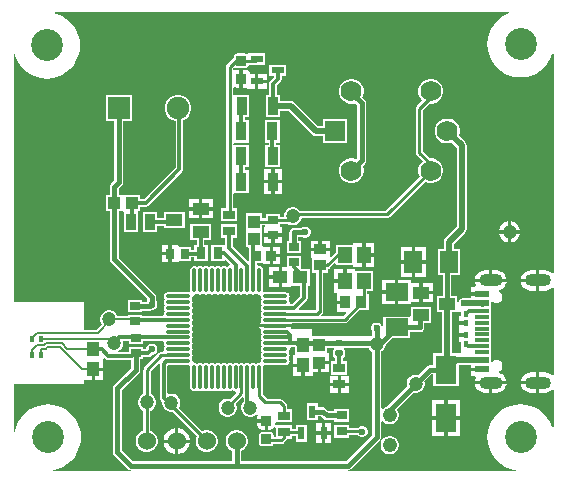
<source format=gtl>
G04*
G04 #@! TF.GenerationSoftware,Altium Limited,CircuitMaker,2.3.0 (3)*
G04*
G04 Layer_Physical_Order=1*
G04 Layer_Color=25308*
%FSLAX25Y25*%
%MOIN*%
G70*
G04*
G04 #@! TF.SameCoordinates,D9861004-D678-4A7D-ADCB-9CC0BAE6BC75*
G04*
G04*
G04 #@! TF.FilePolarity,Positive*
G04*
G01*
G75*
%ADD10C,0.01000*%
%ADD17R,0.05905X0.07480*%
%ADD18R,0.01772X0.01968*%
G04:AMPARAMS|DCode=19|XSize=11.81mil|YSize=19.68mil|CornerRadius=1.18mil|HoleSize=0mil|Usage=FLASHONLY|Rotation=0.000|XOffset=0mil|YOffset=0mil|HoleType=Round|Shape=RoundedRectangle|*
%AMROUNDEDRECTD19*
21,1,0.01181,0.01732,0,0,0.0*
21,1,0.00945,0.01968,0,0,0.0*
1,1,0.00236,0.00472,-0.00866*
1,1,0.00236,-0.00472,-0.00866*
1,1,0.00236,-0.00472,0.00866*
1,1,0.00236,0.00472,0.00866*
%
%ADD19ROUNDEDRECTD19*%
%ADD20R,0.05600X0.04000*%
%ADD21R,0.03347X0.02756*%
%ADD22R,0.03937X0.03543*%
%ADD23R,0.03543X0.03937*%
%ADD24R,0.03937X0.03150*%
%ADD25R,0.03937X0.04134*%
%ADD26R,0.03347X0.03543*%
%ADD27R,0.02362X0.04331*%
G04:AMPARAMS|DCode=28|XSize=21.26mil|YSize=25.98mil|CornerRadius=5.53mil|HoleSize=0mil|Usage=FLASHONLY|Rotation=90.000|XOffset=0mil|YOffset=0mil|HoleType=Round|Shape=RoundedRectangle|*
%AMROUNDEDRECTD28*
21,1,0.02126,0.01493,0,0,90.0*
21,1,0.01021,0.02598,0,0,90.0*
1,1,0.01105,0.00747,0.00510*
1,1,0.01105,0.00747,-0.00510*
1,1,0.01105,-0.00747,-0.00510*
1,1,0.01105,-0.00747,0.00510*
%
%ADD28ROUNDEDRECTD28*%
%ADD29R,0.05512X0.03937*%
%ADD30R,0.04724X0.05512*%
%ADD31R,0.03543X0.06102*%
%ADD32R,0.04331X0.02362*%
%ADD33O,0.01181X0.08268*%
%ADD34O,0.08268X0.01181*%
%ADD35R,0.04134X0.03937*%
%ADD36R,0.03347X0.05315*%
%ADD37R,0.07087X0.09449*%
%ADD38R,0.04331X0.04921*%
%ADD39R,0.03740X0.03150*%
G04:AMPARAMS|DCode=40|XSize=35mil|YSize=35mil|CornerRadius=4.38mil|HoleSize=0mil|Usage=FLASHONLY|Rotation=270.000|XOffset=0mil|YOffset=0mil|HoleType=Round|Shape=RoundedRectangle|*
%AMROUNDEDRECTD40*
21,1,0.03500,0.02625,0,0,270.0*
21,1,0.02625,0.03500,0,0,270.0*
1,1,0.00875,-0.01312,-0.01312*
1,1,0.00875,-0.01312,0.01312*
1,1,0.00875,0.01312,0.01312*
1,1,0.00875,0.01312,-0.01312*
%
%ADD40ROUNDEDRECTD40*%
%ADD41R,0.04921X0.04331*%
%ADD42R,0.02756X0.03347*%
%ADD43R,0.03150X0.03937*%
%ADD44R,0.07480X0.05905*%
%ADD45R,0.04921X0.02362*%
%ADD46R,0.04921X0.01181*%
%ADD88C,0.04724*%
%ADD89C,0.00669*%
%ADD90C,0.01181*%
%ADD91C,0.01968*%
%ADD92C,0.01575*%
%ADD93C,0.06937*%
%ADD94R,0.06937X0.06937*%
%ADD95C,0.07500*%
%ADD96R,0.07500X0.07500*%
%ADD97C,0.04800*%
%ADD98C,0.06000*%
G04:AMPARAMS|DCode=99|XSize=39.37mil|YSize=86.61mil|CornerRadius=19.68mil|HoleSize=0mil|Usage=FLASHONLY|Rotation=90.000|XOffset=0mil|YOffset=0mil|HoleType=Round|Shape=RoundedRectangle|*
%AMROUNDEDRECTD99*
21,1,0.03937,0.04724,0,0,90.0*
21,1,0.00000,0.08661,0,0,90.0*
1,1,0.03937,0.02362,0.00000*
1,1,0.03937,0.02362,0.00000*
1,1,0.03937,-0.02362,0.00000*
1,1,0.03937,-0.02362,0.00000*
%
%ADD99ROUNDEDRECTD99*%
G04:AMPARAMS|DCode=100|XSize=39.37mil|YSize=78.74mil|CornerRadius=19.68mil|HoleSize=0mil|Usage=FLASHONLY|Rotation=90.000|XOffset=0mil|YOffset=0mil|HoleType=Round|Shape=RoundedRectangle|*
%AMROUNDEDRECTD100*
21,1,0.03937,0.03937,0,0,90.0*
21,1,0.00000,0.07874,0,0,90.0*
1,1,0.03937,0.01968,0.00000*
1,1,0.03937,0.01968,0.00000*
1,1,0.03937,-0.01968,0.00000*
1,1,0.03937,-0.01968,0.00000*
%
%ADD100ROUNDEDRECTD100*%
%ADD101C,0.02362*%
%ADD102C,0.10630*%
G36*
X464660Y463083D02*
X463489Y462598D01*
X462011Y461692D01*
X460693Y460567D01*
X459568Y459248D01*
X458662Y457771D01*
X457999Y456169D01*
X457594Y454484D01*
X457458Y452756D01*
X457594Y451028D01*
X457999Y449343D01*
X458662Y447741D01*
X459568Y446263D01*
X460693Y444945D01*
X462011Y443820D01*
X463489Y442914D01*
X465091Y442251D01*
X466776Y441846D01*
X468504Y441710D01*
X470232Y441846D01*
X471917Y442251D01*
X473519Y442914D01*
X474997Y443820D01*
X476314Y444945D01*
X477440Y446263D01*
X478346Y447741D01*
X479009Y449343D01*
X479028Y449419D01*
X479528Y449360D01*
Y376561D01*
X479250Y376467D01*
X479028Y376427D01*
X478361Y376939D01*
X477547Y377276D01*
X476673Y377391D01*
X474811D01*
Y374016D01*
Y370640D01*
X476673D01*
X477547Y370755D01*
X478361Y371093D01*
X479028Y371604D01*
X479250Y371565D01*
X479528Y371470D01*
Y342506D01*
X479250Y342412D01*
X479028Y342372D01*
X478361Y342884D01*
X477547Y343221D01*
X476673Y343336D01*
X474811D01*
Y339961D01*
Y336585D01*
X476673D01*
X477547Y336700D01*
X478361Y337037D01*
X479028Y337549D01*
X479250Y337509D01*
X479528Y337415D01*
Y325148D01*
X479028Y325089D01*
X479009Y325165D01*
X478346Y326767D01*
X477440Y328245D01*
X476314Y329563D01*
X474997Y330688D01*
X473519Y331594D01*
X471917Y332257D01*
X470232Y332662D01*
X468504Y332798D01*
X466776Y332662D01*
X465091Y332257D01*
X463489Y331594D01*
X462011Y330688D01*
X460693Y329563D01*
X459568Y328245D01*
X458662Y326767D01*
X457999Y325165D01*
X457594Y323480D01*
X457458Y321752D01*
X457594Y320024D01*
X457999Y318339D01*
X458662Y316737D01*
X459568Y315259D01*
X460693Y313941D01*
X462011Y312816D01*
X463489Y311910D01*
X465091Y311247D01*
X466776Y310842D01*
X466871Y310835D01*
X466851Y310335D01*
X411135D01*
X411086Y310835D01*
X411475Y310912D01*
X411957Y311234D01*
X421650Y320928D01*
X421650Y320928D01*
X421972Y321410D01*
X422085Y321978D01*
X422085Y321978D01*
Y326912D01*
X422585Y327110D01*
X423017Y326678D01*
X423717Y326274D01*
X424498Y326065D01*
X425306D01*
X426086Y326274D01*
X426786Y326678D01*
X427358Y327249D01*
X427762Y327949D01*
X427971Y328730D01*
Y329538D01*
X427762Y330319D01*
X427358Y331018D01*
X427236Y331140D01*
X432744Y336648D01*
X433164Y336535D01*
X433962D01*
X434733Y336742D01*
X435424Y337141D01*
X435989Y337705D01*
X436388Y338397D01*
X436594Y339168D01*
Y339966D01*
X436482Y340386D01*
X438903Y342806D01*
X439488D01*
Y338898D01*
X447913D01*
Y345853D01*
X449432D01*
X449829Y345689D01*
X450565D01*
X450962Y345853D01*
X451866D01*
Y344980D01*
X455508D01*
Y343799D01*
X451866D01*
Y342028D01*
X453397D01*
X453621Y341528D01*
X453334Y340834D01*
X453285Y340461D01*
X463841D01*
X463792Y340834D01*
X463455Y341648D01*
X462918Y342347D01*
X462219Y342884D01*
X461405Y343221D01*
X461293Y343236D01*
X461225Y343749D01*
X461635Y343919D01*
X462184Y344467D01*
X462480Y345183D01*
Y345958D01*
X462184Y346675D01*
X461635Y347223D01*
X460919Y347520D01*
X460144D01*
X459428Y347223D01*
X459137Y346933D01*
X458637Y347140D01*
Y350807D01*
Y354744D01*
Y358681D01*
Y362618D01*
Y366836D01*
X459137Y367044D01*
X459428Y366753D01*
X460144Y366457D01*
X460919D01*
X461635Y366753D01*
X462184Y367302D01*
X462480Y368018D01*
Y368793D01*
X462184Y369509D01*
X461635Y370058D01*
X461225Y370228D01*
X461293Y370741D01*
X461405Y370755D01*
X462219Y371093D01*
X462918Y371629D01*
X463455Y372328D01*
X463792Y373142D01*
X463841Y373516D01*
X453285D01*
X453334Y373142D01*
X453621Y372449D01*
X453397Y371949D01*
X451866D01*
Y370177D01*
X455508D01*
Y368996D01*
X451866D01*
Y368024D01*
X450470D01*
X450073Y368189D01*
X449337D01*
X448657Y367907D01*
X448136Y367387D01*
X447921Y366868D01*
X447421Y366968D01*
Y368878D01*
X445481D01*
Y375709D01*
X448209D01*
Y384528D01*
X446273D01*
Y386113D01*
X450092Y389932D01*
X450458Y390479D01*
X450586Y391124D01*
Y419013D01*
X450458Y419659D01*
X450092Y420205D01*
X447942Y422355D01*
X448198Y423309D01*
Y424398D01*
X447916Y425451D01*
X447371Y426394D01*
X446601Y427164D01*
X445657Y427709D01*
X444605Y427991D01*
X443515D01*
X442463Y427709D01*
X441519Y427164D01*
X440749Y426394D01*
X440204Y425451D01*
X439922Y424398D01*
Y423309D01*
X440204Y422256D01*
X440749Y421313D01*
X441519Y420542D01*
X442463Y419998D01*
X443515Y419716D01*
X444605D01*
X445558Y419971D01*
X447214Y418315D01*
Y391823D01*
X443395Y388003D01*
X443029Y387456D01*
X442901Y386811D01*
Y384528D01*
X440965D01*
Y375709D01*
X442511D01*
Y368878D01*
X440571D01*
Y363602D01*
X442294D01*
Y353889D01*
X442310Y353809D01*
Y349685D01*
X439488D01*
Y345777D01*
X438287D01*
X437719Y345663D01*
X437237Y345342D01*
X437237Y345341D01*
X434382Y342486D01*
X433962Y342598D01*
X433164D01*
X432393Y342392D01*
X431702Y341993D01*
X431137Y341428D01*
X430738Y340737D01*
X430532Y339966D01*
Y339168D01*
X430644Y338748D01*
X423953Y332057D01*
X423717Y331994D01*
X423017Y331590D01*
X422585Y331158D01*
X422085Y331356D01*
Y350341D01*
X422442Y350547D01*
X423006Y351111D01*
X423406Y351802D01*
X423612Y352573D01*
Y352713D01*
X425644Y354744D01*
X431575D01*
Y356881D01*
X434941D01*
X435509Y356994D01*
X435991Y357316D01*
X436313Y357798D01*
X436426Y358366D01*
Y359862D01*
X438760D01*
Y365138D01*
X431910D01*
Y362350D01*
X431575Y361988D01*
X422756D01*
Y358796D01*
X422256Y358696D01*
X422069Y359148D01*
X421548Y359669D01*
X420868Y359950D01*
X420132D01*
X419452Y359669D01*
X418931Y359148D01*
X418650Y358468D01*
Y357732D01*
X418931Y357052D01*
X419096Y356888D01*
Y355747D01*
X418681Y355408D01*
X404703Y355413D01*
X403856Y355414D01*
X399357Y355415D01*
X399038Y355416D01*
Y357773D01*
X398924Y357886D01*
X392273D01*
X392157Y358013D01*
X391960Y358366D01*
X381480D01*
X381500Y358265D01*
X381892Y357679D01*
X382047Y357576D01*
X381982Y357480D01*
X381885Y356988D01*
X381982Y356497D01*
X382053Y356391D01*
X382227Y356004D01*
X382053Y355617D01*
X381982Y355511D01*
X381885Y355020D01*
X381982Y354528D01*
X382053Y354422D01*
X382227Y354035D01*
X382053Y353649D01*
X381982Y353543D01*
X381885Y353051D01*
X381982Y352560D01*
X382053Y352454D01*
X382227Y352067D01*
X382053Y351680D01*
X381982Y351574D01*
X381885Y351083D01*
X381982Y350591D01*
X382053Y350485D01*
X382227Y350098D01*
X382053Y349712D01*
X381982Y349606D01*
X381885Y349114D01*
X381982Y348623D01*
X382053Y348517D01*
X382227Y348130D01*
X382053Y347743D01*
X381982Y347637D01*
X381885Y347146D01*
X381900Y347068D01*
X381475Y346643D01*
X381398Y346658D01*
X380906Y346561D01*
X380800Y346490D01*
X380413Y346316D01*
X380027Y346490D01*
X379921Y346561D01*
X379429Y346658D01*
X378938Y346561D01*
X378832Y346490D01*
X378445Y346316D01*
X378058Y346490D01*
X377952Y346561D01*
X377461Y346658D01*
X376969Y346561D01*
X376863Y346490D01*
X376476Y346316D01*
X376090Y346490D01*
X375984Y346561D01*
X375492Y346658D01*
X375001Y346561D01*
X374894Y346490D01*
X374508Y346316D01*
X374121Y346490D01*
X374015Y346561D01*
X373524Y346658D01*
X373032Y346561D01*
X372926Y346490D01*
X372539Y346316D01*
X372153Y346490D01*
X372047Y346561D01*
X371555Y346658D01*
X371064Y346561D01*
X370957Y346490D01*
X370571Y346316D01*
X370184Y346490D01*
X370078Y346561D01*
X369587Y346658D01*
X369095Y346561D01*
X368989Y346490D01*
X368602Y346316D01*
X368216Y346490D01*
X368110Y346561D01*
X367618Y346658D01*
X367126Y346561D01*
X367021Y346490D01*
X366634Y346316D01*
X366247Y346490D01*
X366141Y346561D01*
X365650Y346658D01*
X365158Y346561D01*
X365052Y346490D01*
X364665Y346316D01*
X364279Y346490D01*
X364173Y346561D01*
X363681Y346658D01*
X363190Y346561D01*
X363084Y346490D01*
X362697Y346316D01*
X362310Y346490D01*
X362204Y346561D01*
X361713Y346658D01*
X361221Y346561D01*
X361115Y346490D01*
X360728Y346316D01*
X360342Y346490D01*
X360236Y346561D01*
X359744Y346658D01*
X359667Y346643D01*
X359242Y347068D01*
X359257Y347146D01*
X359159Y347637D01*
X359088Y347743D01*
X358915Y348130D01*
X359088Y348517D01*
X359159Y348623D01*
X359257Y349114D01*
X359159Y349606D01*
X359088Y349712D01*
X358915Y350098D01*
X359088Y350485D01*
X359159Y350591D01*
X359257Y351083D01*
X359159Y351574D01*
X359088Y351680D01*
X358915Y352067D01*
X359088Y352454D01*
X359159Y352560D01*
X359257Y353051D01*
X359159Y353543D01*
X359088Y353649D01*
X358915Y354035D01*
X359088Y354422D01*
X359159Y354528D01*
X359257Y355020D01*
X359159Y355511D01*
X359088Y355617D01*
X358915Y356004D01*
X359088Y356391D01*
X359159Y356497D01*
X359257Y356988D01*
X359159Y357480D01*
X359088Y357586D01*
X358915Y357972D01*
X359088Y358359D01*
X359159Y358465D01*
X359257Y358957D01*
X359159Y359448D01*
X359088Y359554D01*
X358915Y359941D01*
X359088Y360328D01*
X359159Y360434D01*
X359257Y360925D01*
X359159Y361417D01*
X359088Y361523D01*
X358915Y361910D01*
X359088Y362296D01*
X359159Y362402D01*
X359257Y362894D01*
X359159Y363385D01*
X359088Y363491D01*
X358915Y363878D01*
X359088Y364265D01*
X359159Y364371D01*
X359257Y364862D01*
X359159Y365354D01*
X359088Y365460D01*
X358915Y365846D01*
X359088Y366233D01*
X359159Y366339D01*
X359257Y366831D01*
X359159Y367322D01*
X359088Y367428D01*
X358915Y367815D01*
X359088Y368202D01*
X359159Y368308D01*
X359257Y368799D01*
X359242Y368877D01*
X359667Y369302D01*
X359744Y369286D01*
X360236Y369384D01*
X360342Y369455D01*
X360728Y369629D01*
X361115Y369455D01*
X361221Y369384D01*
X361713Y369286D01*
X362204Y369384D01*
X362310Y369455D01*
X362697Y369629D01*
X363084Y369455D01*
X363190Y369384D01*
X363681Y369286D01*
X364173Y369384D01*
X364279Y369455D01*
X364665Y369629D01*
X365052Y369455D01*
X365158Y369384D01*
X365650Y369286D01*
X366141Y369384D01*
X366247Y369455D01*
X366634Y369629D01*
X367021Y369455D01*
X367126Y369384D01*
X367618Y369286D01*
X368110Y369384D01*
X368216Y369455D01*
X368602Y369629D01*
X368989Y369455D01*
X369095Y369384D01*
X369587Y369286D01*
X370078Y369384D01*
X370184Y369455D01*
X370571Y369629D01*
X370957Y369455D01*
X371064Y369384D01*
X371555Y369286D01*
X372047Y369384D01*
X372153Y369455D01*
X372539Y369629D01*
X372926Y369455D01*
X373032Y369384D01*
X373524Y369286D01*
X374015Y369384D01*
X374121Y369455D01*
X374508Y369629D01*
X374894Y369455D01*
X375001Y369384D01*
X375492Y369286D01*
X375984Y369384D01*
X376090Y369455D01*
X376476Y369629D01*
X376863Y369455D01*
X376969Y369384D01*
X377461Y369286D01*
X377952Y369384D01*
X378058Y369455D01*
X378445Y369629D01*
X378832Y369455D01*
X378938Y369384D01*
X379429Y369286D01*
X379921Y369384D01*
X380027Y369455D01*
X380413Y369629D01*
X380800Y369455D01*
X380906Y369384D01*
X381398Y369286D01*
X381475Y369302D01*
X381900Y368877D01*
X381885Y368799D01*
X381982Y368308D01*
X382053Y368202D01*
X382227Y367815D01*
X382053Y367428D01*
X381982Y367322D01*
X381885Y366831D01*
X381982Y366339D01*
X382053Y366233D01*
X382227Y365846D01*
X382053Y365460D01*
X381982Y365354D01*
X381885Y364862D01*
X381982Y364371D01*
X382053Y364265D01*
X382227Y363878D01*
X382053Y363491D01*
X381982Y363385D01*
X381885Y362894D01*
X381982Y362402D01*
X382053Y362296D01*
X382227Y361910D01*
X382053Y361523D01*
X381982Y361417D01*
X381885Y360925D01*
X381982Y360434D01*
X382047Y360337D01*
X381892Y360234D01*
X381500Y359648D01*
X381480Y359547D01*
X392265D01*
X392418Y359733D01*
X409929D01*
X410385Y359824D01*
X410772Y360082D01*
X414752Y364062D01*
X417898D01*
Y369338D01*
X417442D01*
Y370344D01*
X419281D01*
Y377194D01*
X413494D01*
Y377706D01*
X410541D01*
Y373769D01*
X409950D01*
Y373179D01*
X406407D01*
Y369832D01*
X407190D01*
Y367290D01*
X410143D01*
Y366109D01*
X407190D01*
Y363550D01*
X410214D01*
X410406Y363088D01*
X409435Y362117D01*
X402263D01*
X402072Y362579D01*
X402138Y362645D01*
X402343Y362782D01*
X402601Y363169D01*
X402692Y363625D01*
Y376602D01*
X404338D01*
Y377889D01*
X404597Y377941D01*
X404984Y378200D01*
X406457Y379673D01*
X406919Y379481D01*
Y379006D01*
X412706D01*
Y378494D01*
X415659D01*
Y382431D01*
Y386368D01*
X412706D01*
Y385856D01*
X406919D01*
Y383429D01*
X406686Y383274D01*
X405311Y381899D01*
X404850Y382090D01*
Y383767D01*
X398550D01*
Y381405D01*
X399062D01*
Y376602D01*
X400308D01*
Y364187D01*
X400207Y364086D01*
X394705D01*
X394514Y364548D01*
X397155Y367189D01*
X397433Y367605D01*
X397531Y368097D01*
Y372265D01*
X398276D01*
Y377935D01*
X395636D01*
X395243Y378192D01*
Y382287D01*
X390558D01*
Y378447D01*
X389044D01*
Y375100D01*
Y371754D01*
X392095D01*
Y372265D01*
X394962D01*
Y368629D01*
X392480Y366147D01*
X391870D01*
X391504Y366647D01*
X391540Y366831D01*
X391443Y367322D01*
X391372Y367428D01*
X391198Y367815D01*
X391372Y368202D01*
X391443Y368308D01*
X391540Y368799D01*
X391443Y369291D01*
X391164Y369707D01*
X390747Y369986D01*
X390256Y370084D01*
X383169D01*
X383092Y370068D01*
X382667Y370494D01*
X382682Y370571D01*
Y377658D01*
X382584Y378149D01*
X382306Y378566D01*
X381889Y378844D01*
X381398Y378942D01*
X381214Y378905D01*
X380714Y379271D01*
Y379859D01*
X382605D01*
Y379347D01*
X384869D01*
Y382300D01*
Y385253D01*
X382838D01*
X382605Y385253D01*
X382438Y385684D01*
Y390417D01*
X382438Y390483D01*
Y390916D01*
X382438Y390984D01*
Y392461D01*
X383304D01*
X383369Y392396D01*
X383431Y392176D01*
X383146Y391759D01*
X383146D01*
Y389791D01*
X388854D01*
Y391759D01*
X388712D01*
X388342Y392074D01*
X388342Y392259D01*
Y392929D01*
X390960D01*
X391448Y392648D01*
X392219Y392441D01*
X393017D01*
X393788Y392648D01*
X394479Y393047D01*
X395044Y393611D01*
X395443Y394302D01*
X395595Y394871D01*
X424016D01*
X424472Y394962D01*
X424859Y395220D01*
X436622Y406984D01*
X436985Y406774D01*
X438038Y406492D01*
X439127D01*
X440180Y406774D01*
X441123Y407319D01*
X441894Y408089D01*
X442439Y409033D01*
X442721Y410085D01*
Y411175D01*
X442439Y412227D01*
X441894Y413171D01*
X441123Y413941D01*
X440180Y414486D01*
X439127Y414768D01*
X438198D01*
X435936Y417029D01*
Y430805D01*
X438070Y432939D01*
X439127D01*
X440180Y433221D01*
X441123Y433766D01*
X441894Y434536D01*
X442439Y435480D01*
X442721Y436532D01*
Y437622D01*
X442439Y438674D01*
X441894Y439617D01*
X441123Y440388D01*
X440180Y440933D01*
X439127Y441215D01*
X438038D01*
X436985Y440933D01*
X436042Y440388D01*
X435272Y439617D01*
X434727Y438674D01*
X434445Y437622D01*
Y436532D01*
X434727Y435480D01*
X435272Y434536D01*
X435783Y434024D01*
X433901Y432142D01*
X433643Y431755D01*
X433552Y431299D01*
Y416535D01*
X433643Y416079D01*
X433901Y415692D01*
X435847Y413746D01*
X435272Y413171D01*
X434727Y412227D01*
X434445Y411175D01*
Y410085D01*
X434727Y409033D01*
X434937Y408670D01*
X423522Y397255D01*
X395089D01*
X395044Y397334D01*
X394479Y397898D01*
X393788Y398297D01*
X393017Y398504D01*
X392219D01*
X391448Y398297D01*
X390757Y397898D01*
X390192Y397334D01*
X389793Y396642D01*
X389587Y395871D01*
Y395314D01*
X388342D01*
Y396168D01*
X383658D01*
Y394845D01*
X382438D01*
Y396389D01*
X377162D01*
Y390984D01*
X377162Y390916D01*
Y390483D01*
X377162Y390417D01*
Y385011D01*
X377610D01*
X377998Y384741D01*
Y380672D01*
X377537Y380480D01*
X372685Y385332D01*
Y388244D01*
X374038D01*
Y392732D01*
X368762D01*
Y388244D01*
X370115D01*
Y386161D01*
X369764Y385807D01*
X365276D01*
Y380532D01*
X369764D01*
Y380532D01*
X370219Y380720D01*
X371519Y379420D01*
X371334Y378898D01*
X371064Y378844D01*
X370957Y378773D01*
X370571Y378600D01*
X370184Y378773D01*
X370078Y378844D01*
X369587Y378942D01*
X369095Y378844D01*
X368989Y378773D01*
X368602Y378600D01*
X368216Y378773D01*
X368110Y378844D01*
X367618Y378942D01*
X367126Y378844D01*
X367021Y378773D01*
X366634Y378600D01*
X366247Y378773D01*
X366141Y378844D01*
X365650Y378942D01*
X365158Y378844D01*
X365052Y378773D01*
X364665Y378600D01*
X364279Y378773D01*
X364173Y378844D01*
X363681Y378942D01*
X363190Y378844D01*
X363084Y378773D01*
X362697Y378600D01*
X362310Y378773D01*
X362204Y378844D01*
X361713Y378942D01*
X361221Y378844D01*
X361115Y378773D01*
X360728Y378600D01*
X360342Y378773D01*
X360236Y378844D01*
X359744Y378942D01*
X359253Y378844D01*
X358836Y378566D01*
X358557Y378149D01*
X358460Y377658D01*
Y370571D01*
X358475Y370494D01*
X358050Y370068D01*
X357972Y370084D01*
X350886D01*
X350394Y369986D01*
X349977Y369707D01*
X349699Y369291D01*
X349601Y368799D01*
X349699Y368308D01*
X349770Y368202D01*
X349943Y367815D01*
X349770Y367428D01*
X349699Y367322D01*
X349601Y366831D01*
X349699Y366339D01*
X349770Y366233D01*
X349943Y365846D01*
X349770Y365460D01*
X349699Y365354D01*
X349601Y364862D01*
X349699Y364371D01*
X349770Y364265D01*
X349943Y363878D01*
X349770Y363491D01*
X349699Y363385D01*
X349601Y362894D01*
X349638Y362710D01*
X349272Y362210D01*
X342243D01*
Y362587D01*
X337558D01*
Y362146D01*
X334262D01*
X334223Y362292D01*
X333823Y362983D01*
X333259Y363548D01*
X332568Y363947D01*
X331797Y364154D01*
X330998D01*
X330227Y363947D01*
X329536Y363548D01*
X328972Y362983D01*
X328573Y362292D01*
X328366Y361521D01*
Y360723D01*
X328573Y359952D01*
X328894Y359396D01*
X327116Y357618D01*
X323000D01*
Y367000D01*
X299500D01*
Y449409D01*
X300000Y449468D01*
X300125Y448949D01*
X300788Y447347D01*
X301694Y445870D01*
X302819Y444552D01*
X304137Y443426D01*
X305615Y442520D01*
X307217Y441857D01*
X308902Y441452D01*
X310630Y441316D01*
X312358Y441452D01*
X314043Y441857D01*
X315645Y442520D01*
X317123Y443426D01*
X318441Y444552D01*
X319566Y445870D01*
X320472Y447347D01*
X321135Y448949D01*
X321540Y450634D01*
X321676Y452362D01*
X321540Y454090D01*
X321135Y455776D01*
X320472Y457377D01*
X319566Y458855D01*
X318441Y460173D01*
X317123Y461299D01*
X315645Y462204D01*
X314043Y462867D01*
X313147Y463083D01*
X313206Y463583D01*
X464560D01*
X464660Y463083D01*
D02*
G37*
G36*
X349638Y353235D02*
X349601Y353051D01*
X349699Y352560D01*
X349770Y352454D01*
X349943Y352067D01*
X349770Y351680D01*
X349699Y351574D01*
X349601Y351083D01*
X349674Y350716D01*
X349394Y350216D01*
X348827D01*
X348371Y350125D01*
X347984Y349867D01*
X343153Y345036D01*
X342895Y344649D01*
X342804Y344193D01*
Y336178D01*
X342135Y335792D01*
X341570Y335227D01*
X341171Y334536D01*
X340965Y333765D01*
Y332967D01*
X341171Y332196D01*
X341570Y331505D01*
X342135Y330940D01*
X342686Y330622D01*
Y323952D01*
X342462Y323892D01*
X341625Y323409D01*
X340942Y322725D01*
X340459Y321889D01*
X340209Y320955D01*
Y319989D01*
X340459Y319056D01*
X340942Y318219D01*
X341625Y317536D01*
X342462Y317053D01*
X343395Y316803D01*
X344361D01*
X345294Y317053D01*
X346131Y317536D01*
X346814Y318219D01*
X347297Y319056D01*
X347547Y319989D01*
Y320955D01*
X347297Y321889D01*
X346814Y322725D01*
X346131Y323409D01*
X345294Y323892D01*
X345070Y323952D01*
Y330516D01*
X345166Y330541D01*
X345857Y330940D01*
X346422Y331505D01*
X346821Y332196D01*
X347028Y332967D01*
Y333765D01*
X346821Y334536D01*
X346422Y335227D01*
X345857Y335792D01*
X345188Y336178D01*
Y343699D01*
X347736Y346246D01*
X347889Y346219D01*
X348223Y346027D01*
Y334842D01*
X348321Y334351D01*
X348600Y333934D01*
X349035Y333498D01*
Y332869D01*
X349242Y332098D01*
X349641Y331406D01*
X350205Y330842D01*
X350897Y330443D01*
X351668Y330236D01*
X352298D01*
X360527Y322007D01*
X360459Y321889D01*
X360209Y320955D01*
Y319989D01*
X360459Y319056D01*
X360942Y318219D01*
X361625Y317536D01*
X362462Y317053D01*
X363395Y316803D01*
X364361D01*
X365294Y317053D01*
X366131Y317536D01*
X366814Y318219D01*
X367297Y319056D01*
X367547Y319989D01*
Y320955D01*
X367297Y321889D01*
X366814Y322725D01*
X366131Y323409D01*
X365294Y323892D01*
X364361Y324142D01*
X363395D01*
X362462Y323892D01*
X362344Y323823D01*
X354591Y331576D01*
X354892Y332098D01*
X355098Y332869D01*
Y333667D01*
X354892Y334438D01*
X354493Y335129D01*
X353928Y335694D01*
X353237Y336093D01*
X352466Y336299D01*
X351668D01*
X351292Y336199D01*
X350792Y336582D01*
Y345629D01*
X351024Y345861D01*
X357972D01*
X358050Y345877D01*
X358475Y345451D01*
X358460Y345374D01*
Y338287D01*
X358557Y337796D01*
X358836Y337379D01*
X359253Y337101D01*
X359744Y337003D01*
X360236Y337101D01*
X360342Y337172D01*
X360728Y337345D01*
X361115Y337172D01*
X361221Y337101D01*
X361713Y337003D01*
X362204Y337101D01*
X362310Y337172D01*
X362697Y337345D01*
X363084Y337172D01*
X363190Y337101D01*
X363681Y337003D01*
X364173Y337101D01*
X364279Y337172D01*
X364665Y337345D01*
X365052Y337172D01*
X365158Y337101D01*
X365650Y337003D01*
X366141Y337101D01*
X366247Y337172D01*
X366634Y337345D01*
X367021Y337172D01*
X367126Y337101D01*
X367618Y337003D01*
X368110Y337101D01*
X368216Y337172D01*
X368602Y337345D01*
X368989Y337172D01*
X369095Y337101D01*
X369587Y337003D01*
X370078Y337101D01*
X370184Y337172D01*
X370571Y337345D01*
X370957Y337172D01*
X371064Y337101D01*
X371555Y337003D01*
X372047Y337101D01*
X372153Y337172D01*
X372539Y337345D01*
X372926Y337172D01*
X373032Y337101D01*
X373494Y337009D01*
X373573Y336888D01*
X373725Y336533D01*
X371701Y334509D01*
X371265Y334626D01*
X370467D01*
X369696Y334419D01*
X369005Y334020D01*
X368440Y333456D01*
X368041Y332765D01*
X367835Y331994D01*
Y331195D01*
X368041Y330424D01*
X368440Y329733D01*
X369005Y329169D01*
X369696Y328770D01*
X370467Y328563D01*
X371265D01*
X372036Y328770D01*
X372727Y329169D01*
X373292Y329733D01*
X373691Y330424D01*
X373898Y331195D01*
Y331994D01*
X373691Y332765D01*
X373558Y332994D01*
X375714Y335150D01*
X376176Y334959D01*
Y333711D01*
X375921Y333456D01*
X375522Y332765D01*
X375315Y331994D01*
Y331195D01*
X375522Y330424D01*
X375921Y329733D01*
X376485Y329169D01*
X377176Y328770D01*
X377947Y328563D01*
X378746D01*
X379517Y328770D01*
X380208Y329169D01*
X380575Y329536D01*
X380964Y329217D01*
X380923Y329156D01*
X380797Y328525D01*
Y327803D01*
X383760D01*
Y327212D01*
X384351D01*
Y324250D01*
X385072D01*
X385704Y324375D01*
X386240Y324733D01*
X386429Y325017D01*
X386929Y324865D01*
Y321910D01*
X386201D01*
Y322525D01*
X386115Y322957D01*
X385871Y323323D01*
X385504Y323567D01*
X385072Y323653D01*
X382448D01*
X382016Y323567D01*
X381650Y323323D01*
X381405Y322957D01*
X381319Y322525D01*
Y319900D01*
X381405Y319468D01*
X381650Y319102D01*
X382016Y318857D01*
X382448Y318771D01*
X385072D01*
X385504Y318857D01*
X385871Y319102D01*
X386115Y319468D01*
X386127Y319526D01*
X388727D01*
X389183Y319617D01*
X389570Y319875D01*
X390410Y320715D01*
X390668Y321102D01*
X390684Y321181D01*
X392205D01*
Y322233D01*
X393524D01*
Y320295D01*
X397224D01*
Y325965D01*
X393524D01*
Y324617D01*
X392205D01*
Y325669D01*
X387187D01*
X386894Y325815D01*
X386752Y326266D01*
X387020Y326693D01*
X387223Y326693D01*
X392205D01*
Y331181D01*
X390759D01*
Y332185D01*
X390668Y332641D01*
X390410Y333028D01*
X389130Y334308D01*
X388744Y334566D01*
X388287Y334657D01*
X383958D01*
X382590Y336025D01*
Y337823D01*
X382682Y338287D01*
Y345374D01*
X382667Y345451D01*
X383092Y345877D01*
X383169Y345861D01*
X390256D01*
X390747Y345959D01*
X391164Y346237D01*
X391443Y346654D01*
X391540Y347146D01*
X391443Y347637D01*
X391372Y347743D01*
X391198Y348130D01*
X391372Y348517D01*
X391443Y348623D01*
X391540Y349114D01*
X391443Y349606D01*
X391372Y349712D01*
X391198Y350098D01*
X391372Y350485D01*
X391443Y350591D01*
X391540Y351083D01*
X391504Y351267D01*
X391870Y351767D01*
X393228D01*
Y349311D01*
X392717D01*
Y346260D01*
X396063D01*
Y345669D01*
X396654D01*
Y342028D01*
X399409D01*
Y343400D01*
X400859D01*
Y346648D01*
X401450D01*
Y347238D01*
X404599D01*
Y349896D01*
X404087D01*
Y351566D01*
X406172D01*
X406313Y351237D01*
X406351Y351066D01*
X406102Y350694D01*
X406008Y350217D01*
Y349197D01*
X406102Y348720D01*
X406372Y348316D01*
X406638Y348138D01*
Y347100D01*
X405462D01*
Y342612D01*
X410738D01*
Y347100D01*
X409207D01*
Y348042D01*
X409223Y348046D01*
X409627Y348316D01*
X409898Y348720D01*
X409992Y349197D01*
Y350217D01*
X409898Y350694D01*
X409649Y351066D01*
X409687Y351237D01*
X409828Y351566D01*
X417892D01*
X418155Y351111D01*
X418719Y350547D01*
X419115Y350318D01*
Y322593D01*
X410291Y313770D01*
X375363D01*
Y317093D01*
X376131Y317536D01*
X376814Y318219D01*
X377297Y319056D01*
X377547Y319989D01*
Y320955D01*
X377297Y321889D01*
X376814Y322725D01*
X376131Y323409D01*
X375294Y323892D01*
X374361Y324142D01*
X373395D01*
X372462Y323892D01*
X371625Y323409D01*
X370942Y322725D01*
X370459Y321889D01*
X370209Y320955D01*
Y319989D01*
X370459Y319056D01*
X370942Y318219D01*
X371625Y317536D01*
X372393Y317093D01*
Y313770D01*
X339331D01*
X335632Y317469D01*
Y337531D01*
X341250Y343150D01*
X341250Y343150D01*
X341572Y343632D01*
X341685Y344200D01*
Y347792D01*
X342543D01*
Y348555D01*
X344339D01*
X344831Y348653D01*
X345248Y348931D01*
X345566Y349250D01*
X345968D01*
X346648Y349531D01*
X347169Y350052D01*
X347450Y350732D01*
Y351468D01*
X347169Y352148D01*
X346648Y352669D01*
X345968Y352950D01*
X345232D01*
X344552Y352669D01*
X344031Y352148D01*
X343750Y351468D01*
Y351124D01*
X342543D01*
Y351887D01*
X337858D01*
Y350084D01*
X334594D01*
X334460Y350585D01*
X334961Y350874D01*
X335526Y351439D01*
X335925Y352130D01*
X336132Y352901D01*
Y353699D01*
X336159Y353735D01*
X337858D01*
Y352713D01*
X342543D01*
Y353735D01*
X349272D01*
X349638Y353235D01*
D02*
G37*
G36*
X447539Y363484D02*
X447872Y363484D01*
X448523Y363484D01*
X448571Y363317D01*
X448642Y363030D01*
Y362008D01*
X448130D01*
Y360433D01*
X450197D01*
Y359252D01*
X448130D01*
Y357677D01*
Y356398D01*
X450197D01*
Y355217D01*
X448130D01*
Y353642D01*
X448642D01*
Y351534D01*
X448524Y351083D01*
X448521Y351080D01*
X448524Y351078D01*
X448526Y350578D01*
Y349802D01*
X448032D01*
X447913Y349685D01*
X445682D01*
Y353873D01*
X445666Y353952D01*
Y363602D01*
X447088D01*
X447539Y363484D01*
D02*
G37*
G36*
X330192Y347892D02*
X330608Y347613D01*
X331100Y347516D01*
X338715D01*
Y344815D01*
X333096Y339197D01*
X332774Y338715D01*
X332661Y338146D01*
X332661Y338146D01*
Y316854D01*
X332661Y316853D01*
X332774Y316285D01*
X333096Y315803D01*
X337666Y311234D01*
X337666Y311234D01*
X338147Y310912D01*
X338537Y310835D01*
X338487Y310335D01*
X312578D01*
X312559Y310835D01*
X312653Y310842D01*
X314339Y311247D01*
X315940Y311910D01*
X317418Y312816D01*
X318736Y313941D01*
X319862Y315259D01*
X320767Y316737D01*
X321430Y318339D01*
X321835Y320024D01*
X321971Y321752D01*
X321835Y323480D01*
X321430Y325165D01*
X320767Y326767D01*
X319862Y328245D01*
X318736Y329563D01*
X317418Y330688D01*
X315940Y331594D01*
X314339Y332257D01*
X312653Y332662D01*
X310925Y332798D01*
X309197Y332662D01*
X307512Y332257D01*
X305910Y331594D01*
X304433Y330688D01*
X303115Y329563D01*
X301989Y328245D01*
X301083Y326767D01*
X300420Y325165D01*
X300015Y323480D01*
X300008Y323385D01*
X299508Y323405D01*
Y339492D01*
X299511Y339500D01*
X323000D01*
Y340712D01*
X325510D01*
Y344354D01*
X326100D01*
Y344944D01*
X329447D01*
Y347930D01*
X329846Y348237D01*
X330192Y347892D01*
D02*
G37*
%LPC*%
G36*
X376706Y449733D02*
X374081D01*
X373649Y449647D01*
X373283Y449402D01*
X373038Y449036D01*
X372953Y448604D01*
Y448307D01*
X372694Y448135D01*
X370712Y446153D01*
X370454Y445766D01*
X370363Y445310D01*
Y398244D01*
X368762D01*
Y393756D01*
X374038D01*
Y398244D01*
X372747D01*
Y402894D01*
X373051Y403268D01*
X373247Y403268D01*
X377933D01*
Y410709D01*
X376777D01*
Y411732D01*
X377933D01*
Y419173D01*
X373247D01*
X373051Y419173D01*
X372747Y419547D01*
Y419585D01*
X372953Y420000D01*
X373247Y420000D01*
X377835D01*
Y427441D01*
X376678D01*
Y428465D01*
X378031D01*
Y435906D01*
X373247D01*
X373150Y435906D01*
X372747Y436141D01*
Y438322D01*
X373247Y438589D01*
X373449Y438454D01*
X374081Y438329D01*
X374803D01*
Y441292D01*
Y444254D01*
X374081D01*
X373449Y444129D01*
X373247Y443994D01*
X372747Y444261D01*
Y444816D01*
X373128Y445196D01*
X373283Y445181D01*
X373649Y444937D01*
X374081Y444851D01*
X376706D01*
X377138Y444937D01*
X377504Y445181D01*
X377749Y445547D01*
X377835Y445979D01*
Y445984D01*
X383347D01*
Y449685D01*
X377677D01*
X377677Y449685D01*
Y449685D01*
X377177Y449620D01*
X377138Y449647D01*
X376706Y449733D01*
D02*
G37*
G36*
X383858Y442717D02*
X381102D01*
Y440945D01*
X383858D01*
Y442717D01*
D02*
G37*
G36*
Y439764D02*
X381102D01*
Y437992D01*
X383858D01*
Y439764D01*
D02*
G37*
G36*
X376706Y444254D02*
X375984D01*
Y441292D01*
Y438329D01*
X376706D01*
X376779Y438343D01*
X377165Y438026D01*
Y437992D01*
X379921D01*
Y440354D01*
Y442717D01*
X378334D01*
X378231Y443236D01*
X377873Y443771D01*
X377338Y444129D01*
X376706Y444254D01*
D02*
G37*
G36*
X390433Y445945D02*
X384764D01*
Y442244D01*
X386246D01*
X386286Y441744D01*
X385017Y440475D01*
X384738Y440059D01*
X384641Y439567D01*
Y435906D01*
X383583D01*
Y428465D01*
X388465D01*
Y430499D01*
X391217D01*
X399055Y422661D01*
X399601Y422296D01*
X400247Y422167D01*
X402521D01*
Y419716D01*
X410796D01*
Y427991D01*
X402521D01*
Y425539D01*
X400945D01*
X393107Y433377D01*
X392560Y433743D01*
X391915Y433871D01*
X388465D01*
Y435906D01*
X387210D01*
Y439035D01*
X388507Y440332D01*
X388785Y440749D01*
X388883Y441240D01*
Y442244D01*
X390433D01*
Y445945D01*
D02*
G37*
G36*
X412680Y441215D02*
X411591D01*
X410539Y440933D01*
X409595Y440388D01*
X408825Y439617D01*
X408280Y438674D01*
X407998Y437622D01*
Y436532D01*
X408280Y435480D01*
X408825Y434536D01*
X409595Y433766D01*
X410539Y433221D01*
X411591Y432939D01*
X412680D01*
X413470Y433150D01*
X414066Y432554D01*
Y414871D01*
X413944Y414729D01*
X413627Y414514D01*
X412680Y414768D01*
X411591D01*
X410539Y414486D01*
X409595Y413941D01*
X408825Y413171D01*
X408280Y412227D01*
X407998Y411175D01*
Y410085D01*
X408280Y409033D01*
X408825Y408089D01*
X409595Y407319D01*
X410539Y406774D01*
X411591Y406492D01*
X412680D01*
X413733Y406774D01*
X414676Y407319D01*
X415447Y408089D01*
X415992Y409033D01*
X416273Y410085D01*
Y411175D01*
X415992Y412227D01*
X415934Y412327D01*
X416601Y412995D01*
X416601Y412995D01*
X416923Y413477D01*
X417036Y414045D01*
Y433169D01*
X416923Y433738D01*
X416601Y434220D01*
X416601Y434220D01*
X415754Y435067D01*
X415992Y435480D01*
X416273Y436532D01*
Y437622D01*
X415992Y438674D01*
X415447Y439617D01*
X414676Y440388D01*
X413733Y440933D01*
X412680Y441215D01*
D02*
G37*
G36*
X388268Y427441D02*
X383386D01*
Y420000D01*
X384542D01*
Y419173D01*
X383484D01*
Y411732D01*
X388366D01*
Y419173D01*
X387111D01*
Y420000D01*
X388268D01*
Y427441D01*
D02*
G37*
G36*
X388878Y411221D02*
X386516D01*
Y407579D01*
X388878D01*
Y411221D01*
D02*
G37*
G36*
X385335D02*
X382972D01*
Y407579D01*
X385335D01*
Y411221D01*
D02*
G37*
G36*
X388878Y406398D02*
X386516D01*
Y402756D01*
X388878D01*
Y406398D01*
D02*
G37*
G36*
X385335D02*
X382972D01*
Y402756D01*
X385335D01*
Y406398D01*
D02*
G37*
G36*
X354912Y435915D02*
X353749D01*
X352625Y435614D01*
X351617Y435032D01*
X350794Y434210D01*
X350213Y433202D01*
X349911Y432078D01*
Y430914D01*
X350213Y429790D01*
X350794Y428783D01*
X351617Y427960D01*
X352625Y427378D01*
X353538Y427133D01*
Y411753D01*
X342972Y401186D01*
X341713D01*
Y402539D01*
X336307D01*
X336240Y402539D01*
X335807D01*
X335740Y402539D01*
X334556D01*
Y404601D01*
X335696Y405741D01*
X335696Y405741D01*
X336018Y406223D01*
X336131Y406791D01*
X336131Y406791D01*
Y427077D01*
X339065D01*
Y435915D01*
X330226D01*
Y427077D01*
X333160D01*
Y407407D01*
X332021Y406267D01*
X331699Y405785D01*
X331586Y405217D01*
X331586Y405217D01*
Y402539D01*
X330335D01*
Y397264D01*
X331586D01*
Y381027D01*
X331586Y381027D01*
X331699Y380458D01*
X332021Y379976D01*
X338654Y373343D01*
X338850Y373050D01*
X344115Y367785D01*
Y367132D01*
X344031Y367048D01*
X343989Y366946D01*
X342243D01*
Y367508D01*
X337558D01*
Y363413D01*
X342243D01*
Y363975D01*
X345061D01*
X345061Y363975D01*
X345629Y364089D01*
X345721Y364150D01*
X345968D01*
X346648Y364431D01*
X347169Y364952D01*
X347450Y365632D01*
Y366368D01*
X347169Y367048D01*
X347085Y367132D01*
Y368400D01*
X347085Y368400D01*
X346972Y368968D01*
X346650Y369450D01*
X346650Y369450D01*
X341146Y374954D01*
X340950Y375248D01*
X334556Y381642D01*
Y397264D01*
X335740D01*
X335807Y397264D01*
X336157D01*
X336310Y396793D01*
Y390173D01*
X340995D01*
Y396827D01*
X340995D01*
X341147Y397264D01*
X341713D01*
Y398617D01*
X343504D01*
X343995Y398715D01*
X344412Y398993D01*
X355731Y410312D01*
X356010Y410729D01*
X356107Y411221D01*
Y427419D01*
X357044Y427960D01*
X357867Y428783D01*
X358449Y429790D01*
X358750Y430914D01*
Y432078D01*
X358449Y433202D01*
X357867Y434210D01*
X357044Y435032D01*
X356036Y435614D01*
X354912Y435915D01*
D02*
G37*
G36*
X365846Y401051D02*
X362456D01*
Y398461D01*
X365846D01*
Y401051D01*
D02*
G37*
G36*
X361275D02*
X357884D01*
Y398461D01*
X361275D01*
Y401051D01*
D02*
G37*
G36*
X365846Y397280D02*
X362456D01*
Y394689D01*
X365846D01*
Y397280D01*
D02*
G37*
G36*
X361275D02*
X357884D01*
Y394689D01*
X361275D01*
Y397280D01*
D02*
G37*
G36*
X347491Y396827D02*
X342806D01*
Y390173D01*
X347491D01*
Y392215D01*
X349665D01*
Y391401D01*
X356604D01*
Y396739D01*
X349665D01*
Y394784D01*
X347491D01*
Y396827D01*
D02*
G37*
G36*
X465452Y393724D02*
Y390805D01*
X468371D01*
X468163Y391582D01*
X467697Y392390D01*
X467037Y393050D01*
X466229Y393516D01*
X465452Y393724D01*
D02*
G37*
G36*
X464271D02*
X463494Y393516D01*
X462686Y393050D01*
X462026Y392390D01*
X461559Y391582D01*
X461351Y390805D01*
X464271D01*
Y393724D01*
D02*
G37*
G36*
X397068Y391950D02*
X396332D01*
X395652Y391669D01*
X395568Y391585D01*
X392961D01*
X392392Y391472D01*
X391910Y391150D01*
X391910Y391150D01*
X391850Y391090D01*
X391528Y390608D01*
X391415Y390039D01*
X391415Y390039D01*
Y387208D01*
X390558D01*
Y383113D01*
X395243D01*
Y387208D01*
X394385D01*
Y388615D01*
X395568D01*
X395652Y388531D01*
X396332Y388250D01*
X397068D01*
X397748Y388531D01*
X398269Y389052D01*
X398550Y389732D01*
Y390468D01*
X398269Y391148D01*
X397748Y391669D01*
X397068Y391950D01*
D02*
G37*
G36*
X468371Y389624D02*
X465452D01*
Y386704D01*
X466229Y386913D01*
X467037Y387379D01*
X467697Y388039D01*
X468163Y388847D01*
X468371Y389624D01*
D02*
G37*
G36*
X464271D02*
X461351D01*
X461559Y388847D01*
X462026Y388039D01*
X462686Y387379D01*
X463494Y386913D01*
X464271Y386704D01*
Y389624D01*
D02*
G37*
G36*
X388854Y388610D02*
X386591D01*
Y386641D01*
X388854D01*
Y388610D01*
D02*
G37*
G36*
X385409D02*
X383146D01*
Y386641D01*
X385409D01*
Y388610D01*
D02*
G37*
G36*
X404850Y387310D02*
X402290D01*
Y384948D01*
X404850D01*
Y387310D01*
D02*
G37*
G36*
X401110D02*
X398550D01*
Y384948D01*
X401110D01*
Y387310D01*
D02*
G37*
G36*
X365335Y392999D02*
X358396D01*
Y387661D01*
X360581D01*
Y385807D01*
X359764D01*
Y384257D01*
X358642D01*
Y385315D01*
X354732D01*
X354547Y385315D01*
X354232Y385684D01*
Y385827D01*
X352264D01*
Y382972D01*
Y380118D01*
X354232D01*
Y380260D01*
X354547Y380630D01*
X354732Y380630D01*
X358642D01*
Y381688D01*
X359764D01*
Y380532D01*
X364252D01*
Y385807D01*
X363150D01*
Y387661D01*
X365335D01*
Y392999D01*
D02*
G37*
G36*
X351083Y385827D02*
X349114D01*
Y383563D01*
X351083D01*
Y385827D01*
D02*
G37*
G36*
X419793Y386368D02*
X416840D01*
Y383021D01*
X419793D01*
Y386368D01*
D02*
G37*
G36*
X386050Y385253D02*
Y382891D01*
X388313D01*
Y385253D01*
X386050D01*
D02*
G37*
G36*
X436909Y385039D02*
X433366D01*
Y380709D01*
X436909D01*
Y385039D01*
D02*
G37*
G36*
X432185D02*
X428642D01*
Y380709D01*
X432185D01*
Y385039D01*
D02*
G37*
G36*
X351083Y382382D02*
X349114D01*
Y380118D01*
X351083D01*
Y382382D01*
D02*
G37*
G36*
X388313Y381709D02*
X386050D01*
Y379347D01*
X388313D01*
Y381709D01*
D02*
G37*
G36*
X419793Y381840D02*
X416840D01*
Y378494D01*
X419793D01*
Y381840D01*
D02*
G37*
G36*
X387863Y378447D02*
X384812D01*
Y375691D01*
X387863D01*
Y378447D01*
D02*
G37*
G36*
X436909Y379528D02*
X433366D01*
Y375197D01*
X436909D01*
Y379528D01*
D02*
G37*
G36*
X432185D02*
X428642D01*
Y375197D01*
X432185D01*
Y379528D01*
D02*
G37*
G36*
X460532Y377391D02*
X459063D01*
Y374516D01*
X463841D01*
X463792Y374889D01*
X463455Y375703D01*
X462918Y376402D01*
X462219Y376939D01*
X461405Y377276D01*
X460532Y377391D01*
D02*
G37*
G36*
X458063D02*
X456595D01*
X455721Y377276D01*
X454907Y376939D01*
X454208Y376402D01*
X453671Y375703D01*
X453334Y374889D01*
X453285Y374516D01*
X458063D01*
Y377391D01*
D02*
G37*
G36*
X473811D02*
X471949D01*
X471075Y377276D01*
X470261Y376939D01*
X469562Y376402D01*
X469026Y375703D01*
X468688Y374889D01*
X468639Y374516D01*
X473811D01*
Y377391D01*
D02*
G37*
G36*
X409360Y377706D02*
X406407D01*
Y374360D01*
X409360D01*
Y377706D01*
D02*
G37*
G36*
X387863Y374510D02*
X384812D01*
Y371754D01*
X387863D01*
Y374510D01*
D02*
G37*
G36*
X426575Y374311D02*
X422244D01*
Y370768D01*
X426575D01*
Y374311D01*
D02*
G37*
G36*
X473811Y373516D02*
X468639D01*
X468688Y373142D01*
X469026Y372328D01*
X469562Y371629D01*
X470261Y371093D01*
X471075Y370755D01*
X471949Y370640D01*
X473811D01*
Y373516D01*
D02*
G37*
G36*
X439272Y373130D02*
X435925D01*
Y370571D01*
X439272D01*
Y373130D01*
D02*
G37*
G36*
Y369390D02*
X435925D01*
Y366831D01*
X439272D01*
Y369390D01*
D02*
G37*
G36*
X432087Y374311D02*
X427756D01*
Y370177D01*
Y366043D01*
X432087D01*
Y366831D01*
X434744D01*
Y369980D01*
Y373130D01*
X432087D01*
Y374311D01*
D02*
G37*
G36*
X426575Y369587D02*
X422244D01*
Y366043D01*
X426575D01*
Y369587D01*
D02*
G37*
G36*
X473811Y343336D02*
X471949D01*
X471075Y343221D01*
X470261Y342884D01*
X469562Y342347D01*
X469026Y341648D01*
X468688Y340834D01*
X468639Y340461D01*
X473811D01*
Y343336D01*
D02*
G37*
G36*
Y339461D02*
X468639D01*
X468688Y339087D01*
X469026Y338273D01*
X469562Y337574D01*
X470261Y337037D01*
X471075Y336700D01*
X471949Y336585D01*
X473811D01*
Y339461D01*
D02*
G37*
G36*
X463841Y339461D02*
X459063D01*
Y336585D01*
X460532D01*
X461405Y336700D01*
X462219Y337037D01*
X462918Y337574D01*
X463455Y338273D01*
X463792Y339087D01*
X463841Y339461D01*
D02*
G37*
G36*
X458063D02*
X453285D01*
X453334Y339087D01*
X453671Y338273D01*
X454208Y337574D01*
X454907Y337037D01*
X455721Y336700D01*
X456595Y336585D01*
X458063D01*
Y339461D01*
D02*
G37*
G36*
X448425Y334055D02*
X444291D01*
Y328740D01*
X448425D01*
Y334055D01*
D02*
G37*
G36*
X443110D02*
X438976D01*
Y328740D01*
X443110D01*
Y334055D01*
D02*
G37*
G36*
X448425Y327559D02*
X444291D01*
Y322244D01*
X448425D01*
Y327559D01*
D02*
G37*
G36*
X443110D02*
X438976D01*
Y322244D01*
X443110D01*
Y327559D01*
D02*
G37*
G36*
X425306Y322203D02*
X424498D01*
X423717Y321994D01*
X423017Y321590D01*
X422445Y321018D01*
X422041Y320319D01*
X421832Y319538D01*
Y318730D01*
X422041Y317949D01*
X422445Y317249D01*
X423017Y316678D01*
X423717Y316274D01*
X424498Y316065D01*
X425306D01*
X426086Y316274D01*
X426786Y316678D01*
X427358Y317249D01*
X427762Y317949D01*
X427971Y318730D01*
Y319538D01*
X427762Y320319D01*
X427358Y321018D01*
X426786Y321590D01*
X426086Y321994D01*
X425306Y322203D01*
D02*
G37*
G36*
X404599Y346057D02*
X402040D01*
Y343400D01*
X404599D01*
Y346057D01*
D02*
G37*
G36*
X395473Y345079D02*
X392717D01*
Y342028D01*
X395473D01*
Y345079D01*
D02*
G37*
G36*
X411250Y342100D02*
X408691D01*
Y339935D01*
X411250D01*
Y342100D01*
D02*
G37*
G36*
X407510D02*
X404950D01*
Y339935D01*
X407510D01*
Y342100D01*
D02*
G37*
G36*
X411250Y338754D02*
X408691D01*
Y336588D01*
X411250D01*
Y338754D01*
D02*
G37*
G36*
X407510D02*
X404950D01*
Y336588D01*
X407510D01*
Y338754D01*
D02*
G37*
G36*
X400965Y333051D02*
X397264D01*
Y327382D01*
X400965D01*
Y328731D01*
X402042D01*
X402788Y327985D01*
X402788Y327985D01*
X403270Y327663D01*
X403839Y327550D01*
X403839Y327550D01*
X406417D01*
Y326791D01*
X411496D01*
Y331279D01*
X406417D01*
Y330521D01*
X404454D01*
X403708Y331267D01*
X403226Y331589D01*
X402658Y331702D01*
X402657Y331702D01*
X400965D01*
Y333051D01*
D02*
G37*
G36*
X383170Y326622D02*
X380797D01*
Y325900D01*
X380923Y325268D01*
X381281Y324733D01*
X381816Y324375D01*
X382448Y324250D01*
X383170D01*
Y326622D01*
D02*
G37*
G36*
X405217Y326476D02*
X403445D01*
Y323721D01*
X405217D01*
Y326476D01*
D02*
G37*
G36*
X402264D02*
X400492D01*
Y323721D01*
X402264D01*
Y326476D01*
D02*
G37*
G36*
X411496Y325965D02*
X406417D01*
Y321476D01*
X411496D01*
Y322528D01*
X414127D01*
X414602Y322053D01*
X415281Y321772D01*
X416018D01*
X416698Y322053D01*
X417218Y322574D01*
X417500Y323254D01*
Y323990D01*
X417218Y324670D01*
X416698Y325191D01*
X416018Y325472D01*
X415281D01*
X414602Y325191D01*
X414323Y324913D01*
X411496D01*
Y325965D01*
D02*
G37*
G36*
X354454Y324850D02*
X354378D01*
Y320972D01*
X358256D01*
Y321049D01*
X357958Y322162D01*
X357381Y323161D01*
X356566Y323976D01*
X355568Y324552D01*
X354454Y324850D01*
D02*
G37*
G36*
X353378D02*
X353302D01*
X352188Y324552D01*
X351190Y323976D01*
X350375Y323161D01*
X349798Y322162D01*
X349500Y321049D01*
Y320972D01*
X353378D01*
Y324850D01*
D02*
G37*
G36*
X405217Y322539D02*
X403445D01*
Y319783D01*
X405217D01*
Y322539D01*
D02*
G37*
G36*
X402264D02*
X400492D01*
Y319783D01*
X402264D01*
Y322539D01*
D02*
G37*
G36*
X358256Y319972D02*
X354378D01*
Y316094D01*
X354454D01*
X355568Y316393D01*
X356566Y316969D01*
X357381Y317784D01*
X357958Y318783D01*
X358256Y319896D01*
Y319972D01*
D02*
G37*
G36*
X353378D02*
X349500D01*
Y319896D01*
X349798Y318783D01*
X350375Y317784D01*
X351190Y316969D01*
X352188Y316393D01*
X353302Y316094D01*
X353378D01*
Y319972D01*
D02*
G37*
G36*
X329447Y343763D02*
X326691D01*
Y340712D01*
X329447D01*
Y343763D01*
D02*
G37*
%LPD*%
D10*
X388727Y320718D02*
X389567Y321558D01*
X384254Y320718D02*
X388727D01*
X383760Y321212D02*
X384254Y320718D01*
X395079Y323425D02*
X395374Y323130D01*
X389567Y323425D02*
X395079D01*
X389567Y321558D02*
Y323425D01*
X401500Y363625D02*
Y379043D01*
X407529Y382431D02*
X409950D01*
X404141Y379043D02*
X407529Y382431D01*
X401700Y379043D02*
X404141D01*
X373537Y447292D02*
X375394D01*
X371555Y445310D02*
X373537Y447292D01*
X371555Y396155D02*
Y445310D01*
X389567Y328937D02*
Y332185D01*
X388287Y333465D02*
X389567Y332185D01*
X383465Y333465D02*
X388287D01*
X381398Y335531D02*
X383465Y333465D01*
X381398Y335531D02*
Y341831D01*
X386713Y362894D02*
X400701D01*
X401432Y363625D01*
X401500D01*
Y379043D02*
X401700D01*
X393209Y396063D02*
X424016D01*
X392618Y395472D02*
X393209Y396063D01*
X424016D02*
X438583Y410630D01*
X386713Y362894D02*
X386803Y362803D01*
X386713Y360925D02*
X409929D01*
X415457Y366454D01*
Y366700D01*
X416250Y367492D01*
Y373769D01*
X391267Y394121D02*
X392618Y395472D01*
X386000Y394121D02*
X391267D01*
X385531Y393653D02*
X386000Y394121D01*
X379800Y393653D02*
X385531D01*
X371400Y396000D02*
X371555Y396155D01*
X438583Y435138D02*
Y437077D01*
X434744Y431299D02*
X438583Y435138D01*
X434744Y416535D02*
Y431299D01*
Y416535D02*
X438583Y412697D01*
Y410630D02*
Y412697D01*
X348827Y349024D02*
X354429D01*
X343996Y344193D02*
X348827Y349024D01*
X343996Y333366D02*
Y344193D01*
X343878Y333248D02*
X343996Y333366D01*
X343878Y320472D02*
Y333248D01*
X354429Y349024D02*
Y349114D01*
X375492Y336614D02*
Y341831D01*
X370866Y331988D02*
X375492Y336614D01*
X370866Y331594D02*
Y331988D01*
X415551Y323721D02*
X415650Y323622D01*
X408957Y323721D02*
X415551D01*
X379969Y447292D02*
X380512Y447835D01*
X375394Y447292D02*
X379969D01*
D17*
X444587Y380118D02*
D03*
X432776D02*
D03*
D18*
X450197Y355807D02*
D03*
Y352854D02*
D03*
Y359842D02*
D03*
Y362795D02*
D03*
D19*
X308760Y349016D02*
D03*
X305610D02*
D03*
Y354528D02*
D03*
X308760D02*
D03*
D20*
X361865Y390330D02*
D03*
Y397870D02*
D03*
X353135Y394070D02*
D03*
D21*
X392900Y380239D02*
D03*
Y385161D02*
D03*
X386000Y394121D02*
D03*
Y389200D02*
D03*
X339900Y360539D02*
D03*
Y365461D02*
D03*
X340200Y354761D02*
D03*
Y349839D02*
D03*
D22*
X401700Y379043D02*
D03*
Y384358D02*
D03*
D23*
X410143Y366700D02*
D03*
X415457D02*
D03*
D24*
X371400Y390488D02*
D03*
Y396000D02*
D03*
X389567Y323425D02*
D03*
Y328937D02*
D03*
X408100Y339344D02*
D03*
Y344856D02*
D03*
D25*
X379800Y387747D02*
D03*
Y393653D02*
D03*
X401450Y352553D02*
D03*
Y346648D02*
D03*
D26*
X380341Y382300D02*
D03*
X385459D02*
D03*
D27*
X395374Y323130D02*
D03*
X402854D02*
D03*
X399114Y330217D02*
D03*
D28*
X408000Y349707D02*
D03*
Y353093D02*
D03*
D29*
X443996Y366240D02*
D03*
X435335Y362500D02*
D03*
Y369980D02*
D03*
D30*
X416250Y373769D02*
D03*
X416250Y382431D02*
D03*
X409950Y382431D02*
D03*
Y373769D02*
D03*
D31*
X385925Y406988D02*
D03*
X375492D02*
D03*
Y415453D02*
D03*
X385925D02*
D03*
X385827Y423721D02*
D03*
X375394D02*
D03*
X386024Y432185D02*
D03*
X375590D02*
D03*
D32*
X380512Y447835D02*
D03*
Y440354D02*
D03*
X387598Y444095D02*
D03*
D33*
X381398Y341831D02*
D03*
X379429D02*
D03*
X377461D02*
D03*
X375492D02*
D03*
X373524D02*
D03*
X371555D02*
D03*
X369587D02*
D03*
X367618D02*
D03*
X365650D02*
D03*
X363681D02*
D03*
X361713D02*
D03*
X359744D02*
D03*
Y374114D02*
D03*
X361713D02*
D03*
X363681D02*
D03*
X365650D02*
D03*
X367618D02*
D03*
X369587D02*
D03*
X371555D02*
D03*
X373524D02*
D03*
X375492D02*
D03*
X377461D02*
D03*
X379429D02*
D03*
X381398D02*
D03*
D34*
X354429Y347146D02*
D03*
Y349114D02*
D03*
Y351083D02*
D03*
Y353051D02*
D03*
Y355020D02*
D03*
Y356988D02*
D03*
Y358957D02*
D03*
Y360925D02*
D03*
Y362894D02*
D03*
Y364862D02*
D03*
Y366831D02*
D03*
Y368799D02*
D03*
X386713D02*
D03*
Y366831D02*
D03*
Y364862D02*
D03*
Y362894D02*
D03*
Y360925D02*
D03*
Y358957D02*
D03*
Y356988D02*
D03*
Y355020D02*
D03*
Y353051D02*
D03*
Y351083D02*
D03*
Y349114D02*
D03*
Y347146D02*
D03*
D35*
X338976Y399902D02*
D03*
X333071D02*
D03*
D36*
X338652Y393500D02*
D03*
X345148D02*
D03*
D37*
X443701Y344291D02*
D03*
Y328150D02*
D03*
D38*
X396063Y352362D02*
D03*
Y345669D02*
D03*
X326100Y351046D02*
D03*
Y344354D02*
D03*
D39*
X408957Y323721D02*
D03*
Y329035D02*
D03*
D40*
X383760Y321212D02*
D03*
Y327212D02*
D03*
X375394Y447292D02*
D03*
Y441292D02*
D03*
D41*
X395146Y375100D02*
D03*
X388454D02*
D03*
D42*
X351673Y382972D02*
D03*
X356594D02*
D03*
D43*
X362008Y383169D02*
D03*
X367520D02*
D03*
D44*
X427165Y370177D02*
D03*
Y358366D02*
D03*
D45*
X455508Y344390D02*
D03*
Y347539D02*
D03*
Y366437D02*
D03*
Y369587D02*
D03*
D46*
Y354035D02*
D03*
Y352067D02*
D03*
Y350098D02*
D03*
Y363878D02*
D03*
Y359941D02*
D03*
Y361910D02*
D03*
Y357972D02*
D03*
Y356004D02*
D03*
D88*
X343996Y333366D02*
D03*
X352067Y333268D02*
D03*
X333100Y353300D02*
D03*
X331398Y361122D02*
D03*
X370866Y331594D02*
D03*
X378346D02*
D03*
X433563Y339567D02*
D03*
X392618Y395472D02*
D03*
X464861Y390214D02*
D03*
X420581Y352972D02*
D03*
D89*
X327540Y356594D02*
X331733Y360787D01*
X308760Y354528D02*
X331872D01*
X333100Y353300D01*
X307372Y356594D02*
X327540D01*
X317478Y351046D02*
X326100D01*
X315503Y353021D02*
X317478Y351046D01*
X310179Y353021D02*
X315503D01*
X309697Y352539D02*
X310179Y353021D01*
X307461Y352539D02*
X309697D01*
X305610Y350689D02*
X307461Y352539D01*
X310733Y351683D02*
X314949D01*
X310251Y351201D02*
X310733Y351683D01*
X308878Y351201D02*
X310251D01*
X308760Y351083D02*
X308878Y351201D01*
X305610Y349016D02*
Y350689D01*
X331398Y361122D02*
X339317D01*
X322224Y344407D02*
X327100D01*
X314949Y351683D02*
X322224Y344407D01*
X308760Y349016D02*
Y351083D01*
X305610Y354832D02*
X307372Y356594D01*
D90*
X339900Y360925D02*
X354429D01*
X334820Y355020D02*
X354429D01*
X326100Y351046D02*
X328854D01*
X392900Y378369D02*
X395716Y375553D01*
X396247Y368097D02*
Y375100D01*
X395716Y375553D02*
X396700D01*
X392900Y378369D02*
Y380239D01*
X385925Y432185D02*
Y439567D01*
X387598Y441240D02*
Y444095D01*
X385925Y439567D02*
X387598Y441240D01*
X354823Y411221D02*
Y431004D01*
X343504Y399902D02*
X354823Y411221D01*
X338976Y399902D02*
X343504D01*
X354331Y431496D02*
X354823Y431004D01*
X338652Y393500D02*
X338976Y393824D01*
Y399902D01*
X345148Y393500D02*
X352565D01*
X353135Y394070D01*
X361516Y382972D02*
X361865Y383322D01*
Y390330D01*
X339161Y348800D02*
X340200Y349839D01*
X331100Y348800D02*
X339161D01*
X328854Y351046D02*
X331100Y348800D01*
X344339Y349839D02*
X345600Y351100D01*
X340200Y349839D02*
X344339D01*
X333100Y353300D02*
X334820Y355020D01*
X391815D02*
Y355885D01*
Y353165D02*
Y355020D01*
X391929Y353051D02*
X393784D01*
X386713D02*
X391929D01*
X391815Y353165D02*
X391929Y353051D01*
X393012Y364862D02*
X396247Y368097D01*
Y375100D02*
X396700Y375553D01*
X380302Y381434D02*
Y382812D01*
X379429Y374114D02*
Y387376D01*
X379800Y387747D01*
X377461Y374114D02*
Y378739D01*
X371400Y384800D02*
X377461Y378739D01*
X371400Y384800D02*
Y390488D01*
X379721Y387747D02*
X379800D01*
X386713Y356988D02*
X390712D01*
X391815Y355885D01*
X386713Y355020D02*
X391815D01*
X393784Y353051D02*
X394473Y352362D01*
X396063D01*
X412136Y436585D02*
Y437077D01*
X450197Y352854D02*
X450984Y352067D01*
X455508D01*
X450197Y362795D02*
X451279Y363878D01*
X455508D01*
X349508Y334842D02*
X363878Y320472D01*
X349508Y334842D02*
Y346161D01*
X350492Y347146D01*
X354429D01*
X377461Y332480D02*
Y341831D01*
Y332480D02*
X378346Y331594D01*
X377461Y341831D02*
X377461Y341831D01*
X305610Y354528D02*
Y354832D01*
X356594Y382972D02*
X361516D01*
X373524Y374114D02*
Y379232D01*
X369587Y383169D02*
X373524Y379232D01*
X367520Y383169D02*
X369587D01*
X420581Y352972D02*
Y352992D01*
X386713Y364862D02*
X393012D01*
X407923Y345033D02*
Y349679D01*
Y345033D02*
X408100Y344856D01*
X407921Y353172D02*
X408000Y353093D01*
X407805Y344954D02*
X407884Y345033D01*
X375492Y407382D02*
X375886Y406988D01*
X375492Y407382D02*
Y415453D01*
X385827Y415551D02*
X385925Y415453D01*
X385827Y415551D02*
Y423721D01*
X375394D02*
Y431988D01*
X375590Y432185D01*
X375197Y415748D02*
X375492Y415453D01*
D91*
X446949Y347539D02*
X455708D01*
X455412Y366339D02*
X455511Y366240D01*
X449705Y366339D02*
X455412D01*
X386024Y432185D02*
X391915D01*
X385925D02*
X386024D01*
X448900Y391124D02*
Y419013D01*
X444587Y386811D02*
X448900Y391124D01*
X444587Y380118D02*
Y386811D01*
X444060Y423853D02*
X448900Y419013D01*
X400247Y423853D02*
X406658D01*
X391915Y432185D02*
X400247Y423853D01*
X443996Y344587D02*
Y353873D01*
X443980Y353889D02*
Y366224D01*
D92*
X396063Y353051D02*
X420581D01*
X399114Y330217D02*
X402658D01*
X403839Y329035D01*
X408957D01*
X434941Y362106D02*
X435335Y362500D01*
X434941Y358366D02*
Y362106D01*
X427165Y358366D02*
X434941D01*
X420600Y321978D02*
Y352972D01*
X345061Y365461D02*
X345600Y366000D01*
X339900Y365461D02*
X345061D01*
X334646Y406791D02*
Y431496D01*
X333071Y405217D02*
X334646Y406791D01*
X333071Y399902D02*
Y405217D01*
X339900Y374100D02*
X345600Y368400D01*
X333071Y381027D02*
X339900Y374197D01*
X345600Y366000D02*
Y368400D01*
X333071Y381027D02*
Y399902D01*
X340200Y344200D02*
Y349839D01*
X334146Y338146D02*
X340200Y344200D01*
X334146Y316853D02*
Y338146D01*
X410906Y312284D02*
X420600Y321978D01*
X373878Y312284D02*
X410906D01*
X334146Y316853D02*
X338716Y312284D01*
X373878D01*
X392961Y390100D02*
X396700D01*
X392900Y390039D02*
X392961Y390100D01*
X392900Y385161D02*
Y390039D01*
X420500Y358100D02*
X420581Y358019D01*
Y353051D02*
Y358019D01*
Y352992D02*
Y353051D01*
X420600Y352972D02*
X421772D01*
X373878Y312284D02*
Y320472D01*
X412136Y410630D02*
X415551Y414045D01*
Y433169D01*
X412136Y436585D02*
X415551Y433169D01*
X421772Y352972D02*
X427165Y358366D01*
X433563Y339567D02*
X438287Y344291D01*
X443701D01*
X424902Y330906D02*
X433563Y339567D01*
X424902Y329134D02*
Y330906D01*
X443996Y366240D02*
Y379232D01*
Y344587D02*
X446949Y347539D01*
X443701Y344291D02*
X443996Y344587D01*
X443980Y366224D02*
X443996Y366240D01*
X455511D02*
X455708Y366437D01*
X401768Y352560D02*
Y352998D01*
X401748Y352540D02*
X401768Y352560D01*
D93*
X438583Y410630D02*
D03*
Y437077D02*
D03*
X444060Y423853D02*
D03*
X412136Y437077D02*
D03*
Y410630D02*
D03*
D94*
X406658Y423853D02*
D03*
D95*
X354331Y431496D02*
D03*
D96*
X334646D02*
D03*
D97*
X424902Y329134D02*
D03*
Y319134D02*
D03*
D98*
X373878Y320472D02*
D03*
X363878D02*
D03*
X353878D02*
D03*
X343878D02*
D03*
D99*
X474311Y374016D02*
D03*
Y339961D02*
D03*
D100*
X458563D02*
D03*
Y374016D02*
D03*
D101*
X416831Y362402D02*
D03*
X450197Y347539D02*
D03*
X449705Y366339D02*
D03*
X458563Y334252D02*
D03*
X474409Y333760D02*
D03*
X446949Y356890D02*
D03*
X380048Y402145D02*
D03*
X391437Y406988D02*
D03*
X379528Y322638D02*
D03*
X378445Y326378D02*
D03*
X380512Y436811D02*
D03*
X379921Y444488D02*
D03*
X369587Y451083D02*
D03*
X474213Y380413D02*
D03*
X458268Y380709D02*
D03*
X432874Y388287D02*
D03*
X389961Y390453D02*
D03*
X393110Y369980D02*
D03*
X389370Y382382D02*
D03*
X330020Y338189D02*
D03*
X326100Y338200D02*
D03*
X345600Y366000D02*
D03*
X366800Y406500D02*
D03*
X358465Y404134D02*
D03*
X337500Y384900D02*
D03*
X332579Y370276D02*
D03*
X328900Y378400D02*
D03*
X404134Y393110D02*
D03*
X416800Y393100D02*
D03*
X425500Y391600D02*
D03*
X425600Y385000D02*
D03*
X425492Y381398D02*
D03*
X411024Y357185D02*
D03*
X404528Y358268D02*
D03*
X415453Y348425D02*
D03*
X415600Y338600D02*
D03*
X401673Y341043D02*
D03*
X395571Y340059D02*
D03*
X389300Y336100D02*
D03*
X401673Y336614D02*
D03*
X385200Y342700D02*
D03*
X407400Y317300D02*
D03*
X398400Y316000D02*
D03*
X386910Y315945D02*
D03*
X369193Y326083D02*
D03*
X362800Y334000D02*
D03*
X358300Y334500D02*
D03*
X354300Y340900D02*
D03*
X338600Y326900D02*
D03*
X339400Y336500D02*
D03*
X323100Y331000D02*
D03*
X309200Y424300D02*
D03*
X344390Y376673D02*
D03*
X320600Y372000D02*
D03*
X306299Y335039D02*
D03*
X442913Y319488D02*
D03*
X454331Y329134D02*
D03*
X469800Y400000D02*
D03*
X470000Y418000D02*
D03*
X469000Y434900D02*
D03*
X448600Y458100D02*
D03*
X424900Y448400D02*
D03*
X379000Y458900D02*
D03*
X352300Y450600D02*
D03*
X332600Y451600D02*
D03*
X345600Y351100D02*
D03*
X404528Y372835D02*
D03*
X396700Y390100D02*
D03*
X420500Y358100D02*
D03*
X363480Y350193D02*
D03*
X368201D02*
D03*
X323700Y317100D02*
D03*
X349016Y325984D02*
D03*
X415650Y323622D02*
D03*
X363500Y355200D02*
D03*
X363400Y360700D02*
D03*
X368100Y365400D02*
D03*
X376500Y355000D02*
D03*
X372236Y350193D02*
D03*
X372342Y365476D02*
D03*
X376500Y360500D02*
D03*
X439567Y356890D02*
D03*
X376476Y350193D02*
D03*
Y365476D02*
D03*
X363480D02*
D03*
D102*
X468504Y452756D02*
D03*
X310630Y452362D02*
D03*
X310925Y321752D02*
D03*
X468504D02*
D03*
M02*

</source>
